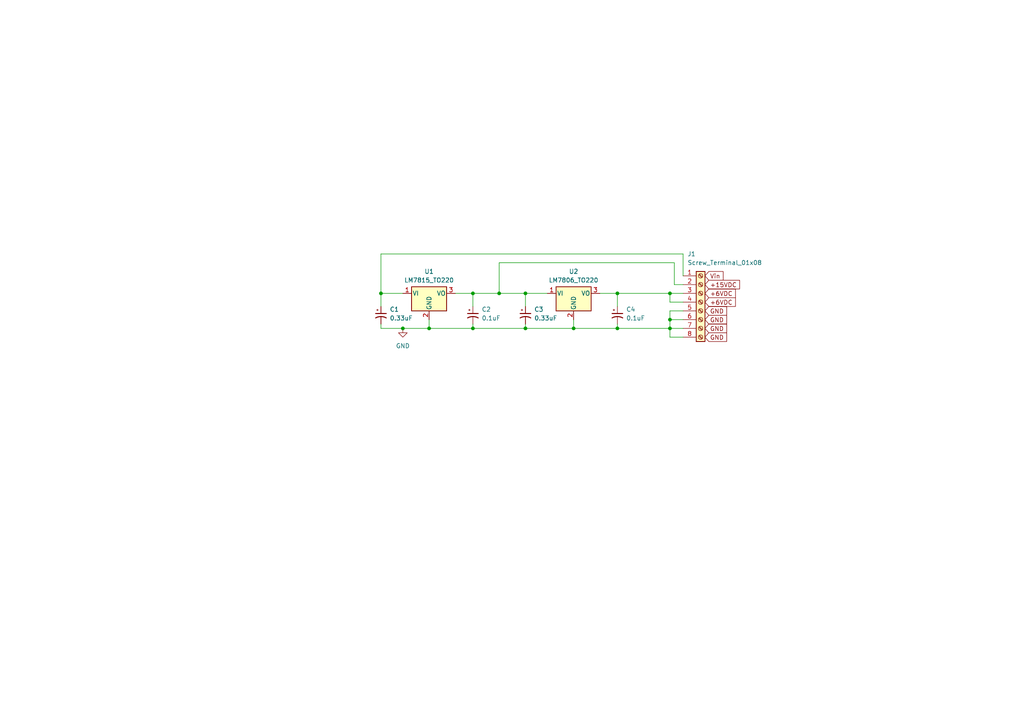
<source format=kicad_sch>
(kicad_sch (version 20230121) (generator eeschema)

  (uuid 0e389307-4ee7-48a5-9908-22ab90894211)

  (paper "A4")

  (lib_symbols
    (symbol "Connector:Screw_Terminal_01x08" (pin_names (offset 1.016) hide) (in_bom yes) (on_board yes)
      (property "Reference" "J" (at 0 10.16 0)
        (effects (font (size 1.27 1.27)))
      )
      (property "Value" "Screw_Terminal_01x08" (at 0 -12.7 0)
        (effects (font (size 1.27 1.27)))
      )
      (property "Footprint" "" (at 0 0 0)
        (effects (font (size 1.27 1.27)) hide)
      )
      (property "Datasheet" "~" (at 0 0 0)
        (effects (font (size 1.27 1.27)) hide)
      )
      (property "ki_keywords" "screw terminal" (at 0 0 0)
        (effects (font (size 1.27 1.27)) hide)
      )
      (property "ki_description" "Generic screw terminal, single row, 01x08, script generated (kicad-library-utils/schlib/autogen/connector/)" (at 0 0 0)
        (effects (font (size 1.27 1.27)) hide)
      )
      (property "ki_fp_filters" "TerminalBlock*:*" (at 0 0 0)
        (effects (font (size 1.27 1.27)) hide)
      )
      (symbol "Screw_Terminal_01x08_1_1"
        (rectangle (start -1.27 8.89) (end 1.27 -11.43)
          (stroke (width 0.254) (type default))
          (fill (type background))
        )
        (circle (center 0 -10.16) (radius 0.635)
          (stroke (width 0.1524) (type default))
          (fill (type none))
        )
        (circle (center 0 -7.62) (radius 0.635)
          (stroke (width 0.1524) (type default))
          (fill (type none))
        )
        (circle (center 0 -5.08) (radius 0.635)
          (stroke (width 0.1524) (type default))
          (fill (type none))
        )
        (circle (center 0 -2.54) (radius 0.635)
          (stroke (width 0.1524) (type default))
          (fill (type none))
        )
        (polyline
          (pts
            (xy -0.5334 -9.8298)
            (xy 0.3302 -10.668)
          )
          (stroke (width 0.1524) (type default))
          (fill (type none))
        )
        (polyline
          (pts
            (xy -0.5334 -7.2898)
            (xy 0.3302 -8.128)
          )
          (stroke (width 0.1524) (type default))
          (fill (type none))
        )
        (polyline
          (pts
            (xy -0.5334 -4.7498)
            (xy 0.3302 -5.588)
          )
          (stroke (width 0.1524) (type default))
          (fill (type none))
        )
        (polyline
          (pts
            (xy -0.5334 -2.2098)
            (xy 0.3302 -3.048)
          )
          (stroke (width 0.1524) (type default))
          (fill (type none))
        )
        (polyline
          (pts
            (xy -0.5334 0.3302)
            (xy 0.3302 -0.508)
          )
          (stroke (width 0.1524) (type default))
          (fill (type none))
        )
        (polyline
          (pts
            (xy -0.5334 2.8702)
            (xy 0.3302 2.032)
          )
          (stroke (width 0.1524) (type default))
          (fill (type none))
        )
        (polyline
          (pts
            (xy -0.5334 5.4102)
            (xy 0.3302 4.572)
          )
          (stroke (width 0.1524) (type default))
          (fill (type none))
        )
        (polyline
          (pts
            (xy -0.5334 7.9502)
            (xy 0.3302 7.112)
          )
          (stroke (width 0.1524) (type default))
          (fill (type none))
        )
        (polyline
          (pts
            (xy -0.3556 -9.652)
            (xy 0.508 -10.4902)
          )
          (stroke (width 0.1524) (type default))
          (fill (type none))
        )
        (polyline
          (pts
            (xy -0.3556 -7.112)
            (xy 0.508 -7.9502)
          )
          (stroke (width 0.1524) (type default))
          (fill (type none))
        )
        (polyline
          (pts
            (xy -0.3556 -4.572)
            (xy 0.508 -5.4102)
          )
          (stroke (width 0.1524) (type default))
          (fill (type none))
        )
        (polyline
          (pts
            (xy -0.3556 -2.032)
            (xy 0.508 -2.8702)
          )
          (stroke (width 0.1524) (type default))
          (fill (type none))
        )
        (polyline
          (pts
            (xy -0.3556 0.508)
            (xy 0.508 -0.3302)
          )
          (stroke (width 0.1524) (type default))
          (fill (type none))
        )
        (polyline
          (pts
            (xy -0.3556 3.048)
            (xy 0.508 2.2098)
          )
          (stroke (width 0.1524) (type default))
          (fill (type none))
        )
        (polyline
          (pts
            (xy -0.3556 5.588)
            (xy 0.508 4.7498)
          )
          (stroke (width 0.1524) (type default))
          (fill (type none))
        )
        (polyline
          (pts
            (xy -0.3556 8.128)
            (xy 0.508 7.2898)
          )
          (stroke (width 0.1524) (type default))
          (fill (type none))
        )
        (circle (center 0 0) (radius 0.635)
          (stroke (width 0.1524) (type default))
          (fill (type none))
        )
        (circle (center 0 2.54) (radius 0.635)
          (stroke (width 0.1524) (type default))
          (fill (type none))
        )
        (circle (center 0 5.08) (radius 0.635)
          (stroke (width 0.1524) (type default))
          (fill (type none))
        )
        (circle (center 0 7.62) (radius 0.635)
          (stroke (width 0.1524) (type default))
          (fill (type none))
        )
        (pin passive line (at -5.08 7.62 0) (length 3.81)
          (name "Pin_1" (effects (font (size 1.27 1.27))))
          (number "1" (effects (font (size 1.27 1.27))))
        )
        (pin passive line (at -5.08 5.08 0) (length 3.81)
          (name "Pin_2" (effects (font (size 1.27 1.27))))
          (number "2" (effects (font (size 1.27 1.27))))
        )
        (pin passive line (at -5.08 2.54 0) (length 3.81)
          (name "Pin_3" (effects (font (size 1.27 1.27))))
          (number "3" (effects (font (size 1.27 1.27))))
        )
        (pin passive line (at -5.08 0 0) (length 3.81)
          (name "Pin_4" (effects (font (size 1.27 1.27))))
          (number "4" (effects (font (size 1.27 1.27))))
        )
        (pin passive line (at -5.08 -2.54 0) (length 3.81)
          (name "Pin_5" (effects (font (size 1.27 1.27))))
          (number "5" (effects (font (size 1.27 1.27))))
        )
        (pin passive line (at -5.08 -5.08 0) (length 3.81)
          (name "Pin_6" (effects (font (size 1.27 1.27))))
          (number "6" (effects (font (size 1.27 1.27))))
        )
        (pin passive line (at -5.08 -7.62 0) (length 3.81)
          (name "Pin_7" (effects (font (size 1.27 1.27))))
          (number "7" (effects (font (size 1.27 1.27))))
        )
        (pin passive line (at -5.08 -10.16 0) (length 3.81)
          (name "Pin_8" (effects (font (size 1.27 1.27))))
          (number "8" (effects (font (size 1.27 1.27))))
        )
      )
    )
    (symbol "Device:C_Polarized_Small_US" (pin_numbers hide) (pin_names (offset 0.254) hide) (in_bom yes) (on_board yes)
      (property "Reference" "C" (at 0.254 1.778 0)
        (effects (font (size 1.27 1.27)) (justify left))
      )
      (property "Value" "C_Polarized_Small_US" (at 0.254 -2.032 0)
        (effects (font (size 1.27 1.27)) (justify left))
      )
      (property "Footprint" "" (at 0 0 0)
        (effects (font (size 1.27 1.27)) hide)
      )
      (property "Datasheet" "~" (at 0 0 0)
        (effects (font (size 1.27 1.27)) hide)
      )
      (property "ki_keywords" "cap capacitor" (at 0 0 0)
        (effects (font (size 1.27 1.27)) hide)
      )
      (property "ki_description" "Polarized capacitor, small US symbol" (at 0 0 0)
        (effects (font (size 1.27 1.27)) hide)
      )
      (property "ki_fp_filters" "CP_*" (at 0 0 0)
        (effects (font (size 1.27 1.27)) hide)
      )
      (symbol "C_Polarized_Small_US_0_1"
        (polyline
          (pts
            (xy -1.524 0.508)
            (xy 1.524 0.508)
          )
          (stroke (width 0.3048) (type default))
          (fill (type none))
        )
        (polyline
          (pts
            (xy -1.27 1.524)
            (xy -0.762 1.524)
          )
          (stroke (width 0) (type default))
          (fill (type none))
        )
        (polyline
          (pts
            (xy -1.016 1.27)
            (xy -1.016 1.778)
          )
          (stroke (width 0) (type default))
          (fill (type none))
        )
        (arc (start 1.524 -0.762) (mid 0 -0.3734) (end -1.524 -0.762)
          (stroke (width 0.3048) (type default))
          (fill (type none))
        )
      )
      (symbol "C_Polarized_Small_US_1_1"
        (pin passive line (at 0 2.54 270) (length 2.032)
          (name "~" (effects (font (size 1.27 1.27))))
          (number "1" (effects (font (size 1.27 1.27))))
        )
        (pin passive line (at 0 -2.54 90) (length 2.032)
          (name "~" (effects (font (size 1.27 1.27))))
          (number "2" (effects (font (size 1.27 1.27))))
        )
      )
    )
    (symbol "Regulator_Linear:LM7806_TO220" (pin_names (offset 0.254)) (in_bom yes) (on_board yes)
      (property "Reference" "U" (at -3.81 3.175 0)
        (effects (font (size 1.27 1.27)))
      )
      (property "Value" "LM7806_TO220" (at 0 3.175 0)
        (effects (font (size 1.27 1.27)) (justify left))
      )
      (property "Footprint" "Package_TO_SOT_THT:TO-220-3_Vertical" (at 0 5.715 0)
        (effects (font (size 1.27 1.27) italic) hide)
      )
      (property "Datasheet" "https://www.onsemi.cn/PowerSolutions/document/MC7800-D.PDF" (at 0 -1.27 0)
        (effects (font (size 1.27 1.27)) hide)
      )
      (property "ki_keywords" "Voltage Regulator 1A Positive" (at 0 0 0)
        (effects (font (size 1.27 1.27)) hide)
      )
      (property "ki_description" "Positive 1A 35V Linear Regulator, Fixed Output 6V, TO-220" (at 0 0 0)
        (effects (font (size 1.27 1.27)) hide)
      )
      (property "ki_fp_filters" "TO?220*" (at 0 0 0)
        (effects (font (size 1.27 1.27)) hide)
      )
      (symbol "LM7806_TO220_0_1"
        (rectangle (start -5.08 1.905) (end 5.08 -5.08)
          (stroke (width 0.254) (type default))
          (fill (type background))
        )
      )
      (symbol "LM7806_TO220_1_1"
        (pin power_in line (at -7.62 0 0) (length 2.54)
          (name "VI" (effects (font (size 1.27 1.27))))
          (number "1" (effects (font (size 1.27 1.27))))
        )
        (pin power_in line (at 0 -7.62 90) (length 2.54)
          (name "GND" (effects (font (size 1.27 1.27))))
          (number "2" (effects (font (size 1.27 1.27))))
        )
        (pin power_out line (at 7.62 0 180) (length 2.54)
          (name "VO" (effects (font (size 1.27 1.27))))
          (number "3" (effects (font (size 1.27 1.27))))
        )
      )
    )
    (symbol "Regulator_Linear:LM7815_TO220" (pin_names (offset 0.254)) (in_bom yes) (on_board yes)
      (property "Reference" "U" (at -3.81 3.175 0)
        (effects (font (size 1.27 1.27)))
      )
      (property "Value" "LM7815_TO220" (at 0 3.175 0)
        (effects (font (size 1.27 1.27)) (justify left))
      )
      (property "Footprint" "Package_TO_SOT_THT:TO-220-3_Vertical" (at 0 5.715 0)
        (effects (font (size 1.27 1.27) italic) hide)
      )
      (property "Datasheet" "https://www.onsemi.cn/PowerSolutions/document/MC7800-D.PDF" (at 0 -1.27 0)
        (effects (font (size 1.27 1.27)) hide)
      )
      (property "ki_keywords" "Voltage Regulator 1A Positive" (at 0 0 0)
        (effects (font (size 1.27 1.27)) hide)
      )
      (property "ki_description" "Positive 1A 35V Linear Regulator, Fixed Output 15V, TO-220" (at 0 0 0)
        (effects (font (size 1.27 1.27)) hide)
      )
      (property "ki_fp_filters" "TO?220*" (at 0 0 0)
        (effects (font (size 1.27 1.27)) hide)
      )
      (symbol "LM7815_TO220_0_1"
        (rectangle (start -5.08 1.905) (end 5.08 -5.08)
          (stroke (width 0.254) (type default))
          (fill (type background))
        )
      )
      (symbol "LM7815_TO220_1_1"
        (pin power_in line (at -7.62 0 0) (length 2.54)
          (name "VI" (effects (font (size 1.27 1.27))))
          (number "1" (effects (font (size 1.27 1.27))))
        )
        (pin power_in line (at 0 -7.62 90) (length 2.54)
          (name "GND" (effects (font (size 1.27 1.27))))
          (number "2" (effects (font (size 1.27 1.27))))
        )
        (pin power_out line (at 7.62 0 180) (length 2.54)
          (name "VO" (effects (font (size 1.27 1.27))))
          (number "3" (effects (font (size 1.27 1.27))))
        )
      )
    )
    (symbol "power:GND" (power) (pin_names (offset 0)) (in_bom yes) (on_board yes)
      (property "Reference" "#PWR" (at 0 -6.35 0)
        (effects (font (size 1.27 1.27)) hide)
      )
      (property "Value" "GND" (at 0 -3.81 0)
        (effects (font (size 1.27 1.27)))
      )
      (property "Footprint" "" (at 0 0 0)
        (effects (font (size 1.27 1.27)) hide)
      )
      (property "Datasheet" "" (at 0 0 0)
        (effects (font (size 1.27 1.27)) hide)
      )
      (property "ki_keywords" "global power" (at 0 0 0)
        (effects (font (size 1.27 1.27)) hide)
      )
      (property "ki_description" "Power symbol creates a global label with name \"GND\" , ground" (at 0 0 0)
        (effects (font (size 1.27 1.27)) hide)
      )
      (symbol "GND_0_1"
        (polyline
          (pts
            (xy 0 0)
            (xy 0 -1.27)
            (xy 1.27 -1.27)
            (xy 0 -2.54)
            (xy -1.27 -1.27)
            (xy 0 -1.27)
          )
          (stroke (width 0) (type default))
          (fill (type none))
        )
      )
      (symbol "GND_1_1"
        (pin power_in line (at 0 0 270) (length 0) hide
          (name "GND" (effects (font (size 1.27 1.27))))
          (number "1" (effects (font (size 1.27 1.27))))
        )
      )
    )
  )

  (junction (at 194.31 95.25) (diameter 0) (color 0 0 0 0)
    (uuid 351b13cb-22c1-4741-922d-2772b6e7f336)
  )
  (junction (at 194.31 92.71) (diameter 0) (color 0 0 0 0)
    (uuid 41f29b0d-9df5-460e-8afb-53962a71ea3f)
  )
  (junction (at 166.37 95.25) (diameter 0) (color 0 0 0 0)
    (uuid 43b79fdf-d706-4c7d-aa43-5a2a73d6b904)
  )
  (junction (at 194.31 85.09) (diameter 0) (color 0 0 0 0)
    (uuid 53a60e97-a891-4663-91c8-aaaa664c0242)
  )
  (junction (at 137.16 95.25) (diameter 0) (color 0 0 0 0)
    (uuid 60899430-3df3-4486-83e3-2fa7aa575010)
  )
  (junction (at 152.4 85.09) (diameter 0) (color 0 0 0 0)
    (uuid 65ba3960-7d70-4ed0-bf62-ee4ea1cdf4c6)
  )
  (junction (at 179.07 85.09) (diameter 0) (color 0 0 0 0)
    (uuid 7a1528be-e0f7-4e2a-bf4a-c8a8368500f8)
  )
  (junction (at 179.07 95.25) (diameter 0) (color 0 0 0 0)
    (uuid 7b209f93-5ccd-4535-9cdf-72651d08d004)
  )
  (junction (at 124.46 95.25) (diameter 0) (color 0 0 0 0)
    (uuid 8c76423f-10ee-43b9-a215-aa1a8d018b9e)
  )
  (junction (at 144.78 85.09) (diameter 0) (color 0 0 0 0)
    (uuid 976b3030-5e16-4cab-b344-f729c49dc473)
  )
  (junction (at 152.4 95.25) (diameter 0) (color 0 0 0 0)
    (uuid ae1c94ea-56f8-41cc-a1aa-9767e3749558)
  )
  (junction (at 116.84 95.25) (diameter 0) (color 0 0 0 0)
    (uuid bb14b609-fc42-4039-aa8e-b4092e65ce61)
  )
  (junction (at 137.16 85.09) (diameter 0) (color 0 0 0 0)
    (uuid d49e9f02-5077-42f1-bb67-f7c5cdad9d37)
  )
  (junction (at 110.49 85.09) (diameter 0) (color 0 0 0 0)
    (uuid fd3ec119-feb1-4702-9cdf-1ab7184c41b2)
  )

  (wire (pts (xy 137.16 85.09) (xy 144.78 85.09))
    (stroke (width 0) (type default))
    (uuid 0bfd9fb4-6183-40bd-a249-a0b27fd977d8)
  )
  (wire (pts (xy 194.31 95.25) (xy 198.12 95.25))
    (stroke (width 0) (type default))
    (uuid 110eb5dd-59da-4d73-a7e2-300a2595ad58)
  )
  (wire (pts (xy 137.16 93.98) (xy 137.16 95.25))
    (stroke (width 0) (type default))
    (uuid 119fe002-59ec-4a67-af76-7d346528bd7d)
  )
  (wire (pts (xy 137.16 95.25) (xy 152.4 95.25))
    (stroke (width 0) (type default))
    (uuid 12e93d9a-ebce-4148-8228-241f2acf6f72)
  )
  (wire (pts (xy 152.4 95.25) (xy 166.37 95.25))
    (stroke (width 0) (type default))
    (uuid 188157e6-b77f-47c5-bc4d-661a0ba10328)
  )
  (wire (pts (xy 124.46 92.71) (xy 124.46 95.25))
    (stroke (width 0) (type default))
    (uuid 198d5469-62c5-433c-bd0f-5e87d2cb215a)
  )
  (wire (pts (xy 194.31 85.09) (xy 198.12 85.09))
    (stroke (width 0) (type default))
    (uuid 19fb7760-4ebd-4b1c-a417-dabb2856d1b7)
  )
  (wire (pts (xy 194.31 95.25) (xy 194.31 92.71))
    (stroke (width 0) (type default))
    (uuid 1f24dfb3-09a8-435c-bd95-f9d7fa3ccf49)
  )
  (wire (pts (xy 179.07 95.25) (xy 179.07 93.98))
    (stroke (width 0) (type default))
    (uuid 314d82cc-4e7c-4f58-8ae2-355cec037c50)
  )
  (wire (pts (xy 194.31 90.17) (xy 198.12 90.17))
    (stroke (width 0) (type default))
    (uuid 42b06a15-cc4b-4621-9d8f-2c625de1982b)
  )
  (wire (pts (xy 152.4 85.09) (xy 158.75 85.09))
    (stroke (width 0) (type default))
    (uuid 542afcc9-9ca3-446c-9912-dbc7ad06ebeb)
  )
  (wire (pts (xy 144.78 85.09) (xy 144.78 76.2))
    (stroke (width 0) (type default))
    (uuid 54710ec2-7f09-4e5e-82e2-8f71c64de271)
  )
  (wire (pts (xy 179.07 88.9) (xy 179.07 85.09))
    (stroke (width 0) (type default))
    (uuid 56a90337-c72f-4779-a44b-69e2fbfde0af)
  )
  (wire (pts (xy 110.49 95.25) (xy 116.84 95.25))
    (stroke (width 0) (type default))
    (uuid 58ae9758-d97c-482f-b64c-559d07818ac7)
  )
  (wire (pts (xy 152.4 93.98) (xy 152.4 95.25))
    (stroke (width 0) (type default))
    (uuid 593240d6-8532-47c0-a3c3-7588144d67c5)
  )
  (wire (pts (xy 137.16 85.09) (xy 137.16 88.9))
    (stroke (width 0) (type default))
    (uuid 5e8d907c-71e3-48db-9be5-2593724e478e)
  )
  (wire (pts (xy 152.4 88.9) (xy 152.4 85.09))
    (stroke (width 0) (type default))
    (uuid 6276f52e-73a0-404e-a10f-334ae6d07d9f)
  )
  (wire (pts (xy 179.07 85.09) (xy 194.31 85.09))
    (stroke (width 0) (type default))
    (uuid 6d776713-42ff-4e4b-9bcb-a56b730553b5)
  )
  (wire (pts (xy 116.84 85.09) (xy 110.49 85.09))
    (stroke (width 0) (type default))
    (uuid 6ffdce0f-e581-4cde-9db5-48fe5c260ca4)
  )
  (wire (pts (xy 144.78 76.2) (xy 195.58 76.2))
    (stroke (width 0) (type default))
    (uuid 866798fa-7bdb-4293-990b-cb2c8d147a0c)
  )
  (wire (pts (xy 179.07 85.09) (xy 173.99 85.09))
    (stroke (width 0) (type default))
    (uuid 86a72af4-69ec-4992-a719-107890e2f5b8)
  )
  (wire (pts (xy 195.58 82.55) (xy 198.12 82.55))
    (stroke (width 0) (type default))
    (uuid 8abfe3d3-c53d-42b6-b61f-662175b55bf5)
  )
  (wire (pts (xy 166.37 92.71) (xy 166.37 95.25))
    (stroke (width 0) (type default))
    (uuid 8dbf6799-af06-4437-acb9-50bf2f47064c)
  )
  (wire (pts (xy 194.31 97.79) (xy 198.12 97.79))
    (stroke (width 0) (type default))
    (uuid 92561761-2475-4d73-9b50-cab5ec651809)
  )
  (wire (pts (xy 124.46 95.25) (xy 137.16 95.25))
    (stroke (width 0) (type default))
    (uuid 9a45525a-a188-4ca4-8f01-17a8217d3053)
  )
  (wire (pts (xy 166.37 95.25) (xy 179.07 95.25))
    (stroke (width 0) (type default))
    (uuid 9f1f7493-67c1-49af-8892-330d31b271ca)
  )
  (wire (pts (xy 194.31 95.25) (xy 194.31 97.79))
    (stroke (width 0) (type default))
    (uuid a10023e1-4ddc-4ac5-87e8-a04eee6b8d52)
  )
  (wire (pts (xy 179.07 95.25) (xy 194.31 95.25))
    (stroke (width 0) (type default))
    (uuid a9aaa4fa-00c6-43cf-ada6-c85c04512191)
  )
  (wire (pts (xy 116.84 95.25) (xy 124.46 95.25))
    (stroke (width 0) (type default))
    (uuid b1e55adc-3a1f-437e-9dba-9c622c7f0a4b)
  )
  (wire (pts (xy 194.31 92.71) (xy 194.31 90.17))
    (stroke (width 0) (type default))
    (uuid be89a235-281a-4253-923d-861558092907)
  )
  (wire (pts (xy 110.49 73.66) (xy 110.49 85.09))
    (stroke (width 0) (type default))
    (uuid c954e5e2-bb81-4bef-8cd0-e9d387e1ed0b)
  )
  (wire (pts (xy 194.31 85.09) (xy 194.31 87.63))
    (stroke (width 0) (type default))
    (uuid cb86ed05-fbd5-414f-a0e1-a3ce4a1e3185)
  )
  (wire (pts (xy 195.58 76.2) (xy 195.58 82.55))
    (stroke (width 0) (type default))
    (uuid d3b508b9-831d-4a95-a028-6ae0293d5367)
  )
  (wire (pts (xy 110.49 93.98) (xy 110.49 95.25))
    (stroke (width 0) (type default))
    (uuid d4f32802-018b-48f6-b240-b50d0f48d55e)
  )
  (wire (pts (xy 198.12 80.01) (xy 198.12 73.66))
    (stroke (width 0) (type default))
    (uuid df422bb9-9041-4550-8159-a0655e0e90db)
  )
  (wire (pts (xy 144.78 85.09) (xy 152.4 85.09))
    (stroke (width 0) (type default))
    (uuid e0905316-5e4c-4866-80e9-4098b46a3276)
  )
  (wire (pts (xy 132.08 85.09) (xy 137.16 85.09))
    (stroke (width 0) (type default))
    (uuid e4e30670-b056-4772-bb99-114599daddef)
  )
  (wire (pts (xy 198.12 73.66) (xy 110.49 73.66))
    (stroke (width 0) (type default))
    (uuid e5b3c1a2-8cc0-454e-8a34-295deb3665c0)
  )
  (wire (pts (xy 194.31 87.63) (xy 198.12 87.63))
    (stroke (width 0) (type default))
    (uuid f3620c0c-faa9-4159-87fe-16451f69d7ae)
  )
  (wire (pts (xy 194.31 92.71) (xy 198.12 92.71))
    (stroke (width 0) (type default))
    (uuid f38b012e-321a-4a92-9257-d914e2f3fd9d)
  )
  (wire (pts (xy 110.49 85.09) (xy 110.49 88.9))
    (stroke (width 0) (type default))
    (uuid f727c7ae-6548-496d-97b8-b7fa5732ab6b)
  )

  (global_label "+15VDC" (shape input) (at 204.47 82.55 0) (fields_autoplaced)
    (effects (font (size 1.27 1.27)) (justify left))
    (uuid 0b3194ec-0173-436b-9063-9106e9b76bdb)
    (property "Intersheetrefs" "${INTERSHEET_REFS}" (at 214.9958 82.55 0)
      (effects (font (size 1.27 1.27)) (justify left) hide)
    )
  )
  (global_label "Vin" (shape input) (at 204.47 80.01 0) (fields_autoplaced)
    (effects (font (size 1.27 1.27)) (justify left))
    (uuid 1b034918-8139-4992-b574-ab2f7c737f55)
    (property "Intersheetrefs" "${INTERSHEET_REFS}" (at 210.2182 80.01 0)
      (effects (font (size 1.27 1.27)) (justify left) hide)
    )
  )
  (global_label "GND" (shape input) (at 204.47 95.25 0) (fields_autoplaced)
    (effects (font (size 1.27 1.27)) (justify left))
    (uuid 20ad6593-e86c-4858-8cc9-a2abacf0adab)
    (property "Intersheetrefs" "${INTERSHEET_REFS}" (at 211.2463 95.25 0)
      (effects (font (size 1.27 1.27)) (justify left) hide)
    )
  )
  (global_label "GND" (shape input) (at 204.47 92.71 0) (fields_autoplaced)
    (effects (font (size 1.27 1.27)) (justify left))
    (uuid 76a14ef9-ac1b-4896-8017-4980eecb9cc1)
    (property "Intersheetrefs" "${INTERSHEET_REFS}" (at 211.2463 92.71 0)
      (effects (font (size 1.27 1.27)) (justify left) hide)
    )
  )
  (global_label "GND" (shape input) (at 204.47 90.17 0) (fields_autoplaced)
    (effects (font (size 1.27 1.27)) (justify left))
    (uuid ac0b2155-beca-44a5-9a3b-063241f17260)
    (property "Intersheetrefs" "${INTERSHEET_REFS}" (at 211.2463 90.17 0)
      (effects (font (size 1.27 1.27)) (justify left) hide)
    )
  )
  (global_label "+6VDC" (shape input) (at 204.47 87.63 0) (fields_autoplaced)
    (effects (font (size 1.27 1.27)) (justify left))
    (uuid bc41e2dc-843c-4eda-885d-27d8fb993232)
    (property "Intersheetrefs" "${INTERSHEET_REFS}" (at 213.7863 87.63 0)
      (effects (font (size 1.27 1.27)) (justify left) hide)
    )
  )
  (global_label "GND" (shape input) (at 204.47 97.79 0) (fields_autoplaced)
    (effects (font (size 1.27 1.27)) (justify left))
    (uuid d6476648-663e-44c7-b4cb-bc2b6653b6d9)
    (property "Intersheetrefs" "${INTERSHEET_REFS}" (at 211.2463 97.79 0)
      (effects (font (size 1.27 1.27)) (justify left) hide)
    )
  )
  (global_label "+6VDC" (shape input) (at 204.47 85.09 0) (fields_autoplaced)
    (effects (font (size 1.27 1.27)) (justify left))
    (uuid fec5d71a-d3ab-45e1-a59a-ec73c4098c48)
    (property "Intersheetrefs" "${INTERSHEET_REFS}" (at 213.7863 85.09 0)
      (effects (font (size 1.27 1.27)) (justify left) hide)
    )
  )

  (symbol (lib_id "Device:C_Polarized_Small_US") (at 137.16 91.44 0) (unit 1)
    (in_bom yes) (on_board yes) (dnp no) (fields_autoplaced)
    (uuid 0663329e-6c8d-4583-9cdf-9dbd7ed3ee65)
    (property "Reference" "C2" (at 139.7 89.7382 0)
      (effects (font (size 1.27 1.27)) (justify left))
    )
    (property "Value" "0.1uF" (at 139.7 92.2782 0)
      (effects (font (size 1.27 1.27)) (justify left))
    )
    (property "Footprint" "" (at 137.16 91.44 0)
      (effects (font (size 1.27 1.27)) hide)
    )
    (property "Datasheet" "~" (at 137.16 91.44 0)
      (effects (font (size 1.27 1.27)) hide)
    )
    (pin "1" (uuid ec143ebc-1620-4682-80ef-290ec748e54b))
    (pin "2" (uuid 16c5becf-41f4-42db-a51e-1d113031ef1f))
    (instances
      (project "VoltageRegulator"
        (path "/0e389307-4ee7-48a5-9908-22ab90894211"
          (reference "C2") (unit 1)
        )
      )
    )
  )

  (symbol (lib_id "Regulator_Linear:LM7806_TO220") (at 166.37 85.09 0) (unit 1)
    (in_bom yes) (on_board yes) (dnp no) (fields_autoplaced)
    (uuid 0f5ed0e7-9566-4dc0-bcf1-d58152312261)
    (property "Reference" "U2" (at 166.37 78.74 0)
      (effects (font (size 1.27 1.27)))
    )
    (property "Value" "LM7806_TO220" (at 166.37 81.28 0)
      (effects (font (size 1.27 1.27)))
    )
    (property "Footprint" "Package_TO_SOT_THT:TO-220-3_Vertical" (at 166.37 79.375 0)
      (effects (font (size 1.27 1.27) italic) hide)
    )
    (property "Datasheet" "https://www.onsemi.cn/PowerSolutions/document/MC7800-D.PDF" (at 166.37 86.36 0)
      (effects (font (size 1.27 1.27)) hide)
    )
    (pin "1" (uuid 7fd07535-b9b0-4ef1-adfa-d675e430eeda))
    (pin "2" (uuid f75987a0-5c18-4930-a424-ddae4946efcc))
    (pin "3" (uuid 6f653bd9-0f79-42fb-99f2-230eb9566214))
    (instances
      (project "VoltageRegulator"
        (path "/0e389307-4ee7-48a5-9908-22ab90894211"
          (reference "U2") (unit 1)
        )
      )
    )
  )

  (symbol (lib_id "Regulator_Linear:LM7815_TO220") (at 124.46 85.09 0) (unit 1)
    (in_bom yes) (on_board yes) (dnp no) (fields_autoplaced)
    (uuid 204a4b5a-7bff-47bb-8735-d76552e22a7c)
    (property "Reference" "U1" (at 124.46 78.74 0)
      (effects (font (size 1.27 1.27)))
    )
    (property "Value" "LM7815_TO220" (at 124.46 81.28 0)
      (effects (font (size 1.27 1.27)))
    )
    (property "Footprint" "Package_TO_SOT_THT:TO-220-3_Vertical" (at 124.46 79.375 0)
      (effects (font (size 1.27 1.27) italic) hide)
    )
    (property "Datasheet" "https://www.onsemi.cn/PowerSolutions/document/MC7800-D.PDF" (at 124.46 86.36 0)
      (effects (font (size 1.27 1.27)) hide)
    )
    (pin "1" (uuid 1cb1f6a1-65e1-4055-a7e0-704ffa6a22e2))
    (pin "2" (uuid 14c8ff11-9d95-42f3-9f99-63ea78bc0f70))
    (pin "3" (uuid 6c6edab1-5148-477a-b07e-6a6f5ca83882))
    (instances
      (project "VoltageRegulator"
        (path "/0e389307-4ee7-48a5-9908-22ab90894211"
          (reference "U1") (unit 1)
        )
      )
    )
  )

  (symbol (lib_id "Device:C_Polarized_Small_US") (at 179.07 91.44 0) (unit 1)
    (in_bom yes) (on_board yes) (dnp no) (fields_autoplaced)
    (uuid 613c26bd-e1df-4043-a5be-98cef2d5de7f)
    (property "Reference" "C4" (at 181.61 89.7382 0)
      (effects (font (size 1.27 1.27)) (justify left))
    )
    (property "Value" "0.1uF" (at 181.61 92.2782 0)
      (effects (font (size 1.27 1.27)) (justify left))
    )
    (property "Footprint" "" (at 179.07 91.44 0)
      (effects (font (size 1.27 1.27)) hide)
    )
    (property "Datasheet" "~" (at 179.07 91.44 0)
      (effects (font (size 1.27 1.27)) hide)
    )
    (pin "1" (uuid 3b3701a5-04ef-4938-bbfe-b51755764d36))
    (pin "2" (uuid 00abcbbd-a3b6-4049-b9f9-faabddd62b27))
    (instances
      (project "VoltageRegulator"
        (path "/0e389307-4ee7-48a5-9908-22ab90894211"
          (reference "C4") (unit 1)
        )
      )
    )
  )

  (symbol (lib_id "power:GND") (at 116.84 95.25 0) (unit 1)
    (in_bom yes) (on_board yes) (dnp no) (fields_autoplaced)
    (uuid 6ad1cc69-f54d-457d-a97c-53410048925c)
    (property "Reference" "#PWR01" (at 116.84 101.6 0)
      (effects (font (size 1.27 1.27)) hide)
    )
    (property "Value" "GND" (at 116.84 100.33 0)
      (effects (font (size 1.27 1.27)))
    )
    (property "Footprint" "" (at 116.84 95.25 0)
      (effects (font (size 1.27 1.27)) hide)
    )
    (property "Datasheet" "" (at 116.84 95.25 0)
      (effects (font (size 1.27 1.27)) hide)
    )
    (pin "1" (uuid aff1c408-a134-4ace-b45f-011547ed2154))
    (instances
      (project "VoltageRegulator"
        (path "/0e389307-4ee7-48a5-9908-22ab90894211"
          (reference "#PWR01") (unit 1)
        )
      )
    )
  )

  (symbol (lib_id "Device:C_Polarized_Small_US") (at 110.49 91.44 0) (unit 1)
    (in_bom yes) (on_board yes) (dnp no) (fields_autoplaced)
    (uuid b5fdfcff-4e56-480f-b9e4-e9b722730d0f)
    (property "Reference" "C1" (at 113.03 89.7382 0)
      (effects (font (size 1.27 1.27)) (justify left))
    )
    (property "Value" "0.33uF" (at 113.03 92.2782 0)
      (effects (font (size 1.27 1.27)) (justify left))
    )
    (property "Footprint" "" (at 110.49 91.44 0)
      (effects (font (size 1.27 1.27)) hide)
    )
    (property "Datasheet" "~" (at 110.49 91.44 0)
      (effects (font (size 1.27 1.27)) hide)
    )
    (pin "1" (uuid 9e877e47-c496-498f-b72d-b1613ed7a478))
    (pin "2" (uuid d8e5b528-b7dc-4217-990e-53c90bd1e297))
    (instances
      (project "VoltageRegulator"
        (path "/0e389307-4ee7-48a5-9908-22ab90894211"
          (reference "C1") (unit 1)
        )
      )
    )
  )

  (symbol (lib_id "Connector:Screw_Terminal_01x08") (at 203.2 87.63 0) (unit 1)
    (in_bom yes) (on_board yes) (dnp no)
    (uuid de0bc2d3-9763-4fa4-a0aa-bb37c645a68e)
    (property "Reference" "J1" (at 199.39 73.66 0)
      (effects (font (size 1.27 1.27)) (justify left))
    )
    (property "Value" "Screw_Terminal_01x08" (at 199.39 76.2 0)
      (effects (font (size 1.27 1.27)) (justify left))
    )
    (property "Footprint" "" (at 203.2 87.63 0)
      (effects (font (size 1.27 1.27)) hide)
    )
    (property "Datasheet" "~" (at 203.2 87.63 0)
      (effects (font (size 1.27 1.27)) hide)
    )
    (pin "1" (uuid 60f5f1d8-cb66-414c-aa5f-d1400ef3a9d8))
    (pin "2" (uuid 27341f2e-b412-4a0c-8835-87c7752e5596))
    (pin "3" (uuid 6eab1e55-1557-4f71-b353-02d7a5205892))
    (pin "4" (uuid 769383e6-dcb9-4255-bfff-2a050e85aadd))
    (pin "5" (uuid ec10001f-dddd-45f1-b8a8-43d68ca038f9))
    (pin "6" (uuid f6bee966-4805-4a06-a68d-b75e00144987))
    (pin "7" (uuid e82cb166-b786-468d-93bf-ebafa3f71dc1))
    (pin "8" (uuid ad55dac0-864e-483e-b483-33796887ffc8))
    (instances
      (project "VoltageRegulator"
        (path "/0e389307-4ee7-48a5-9908-22ab90894211"
          (reference "J1") (unit 1)
        )
      )
    )
  )

  (symbol (lib_id "Device:C_Polarized_Small_US") (at 152.4 91.44 0) (unit 1)
    (in_bom yes) (on_board yes) (dnp no) (fields_autoplaced)
    (uuid fb2d0a2f-7dd9-4c9b-8f32-b3eae2d990e6)
    (property "Reference" "C3" (at 154.94 89.7382 0)
      (effects (font (size 1.27 1.27)) (justify left))
    )
    (property "Value" "0.33uF" (at 154.94 92.2782 0)
      (effects (font (size 1.27 1.27)) (justify left))
    )
    (property "Footprint" "" (at 152.4 91.44 0)
      (effects (font (size 1.27 1.27)) hide)
    )
    (property "Datasheet" "~" (at 152.4 91.44 0)
      (effects (font (size 1.27 1.27)) hide)
    )
    (pin "1" (uuid 9a36e76f-08bc-4818-a21e-c65cabd76c11))
    (pin "2" (uuid 66296814-afba-4449-a410-5d389de97ba5))
    (instances
      (project "VoltageRegulator"
        (path "/0e389307-4ee7-48a5-9908-22ab90894211"
          (reference "C3") (unit 1)
        )
      )
    )
  )

  (sheet_instances
    (path "/" (page "1"))
  )
)

</source>
